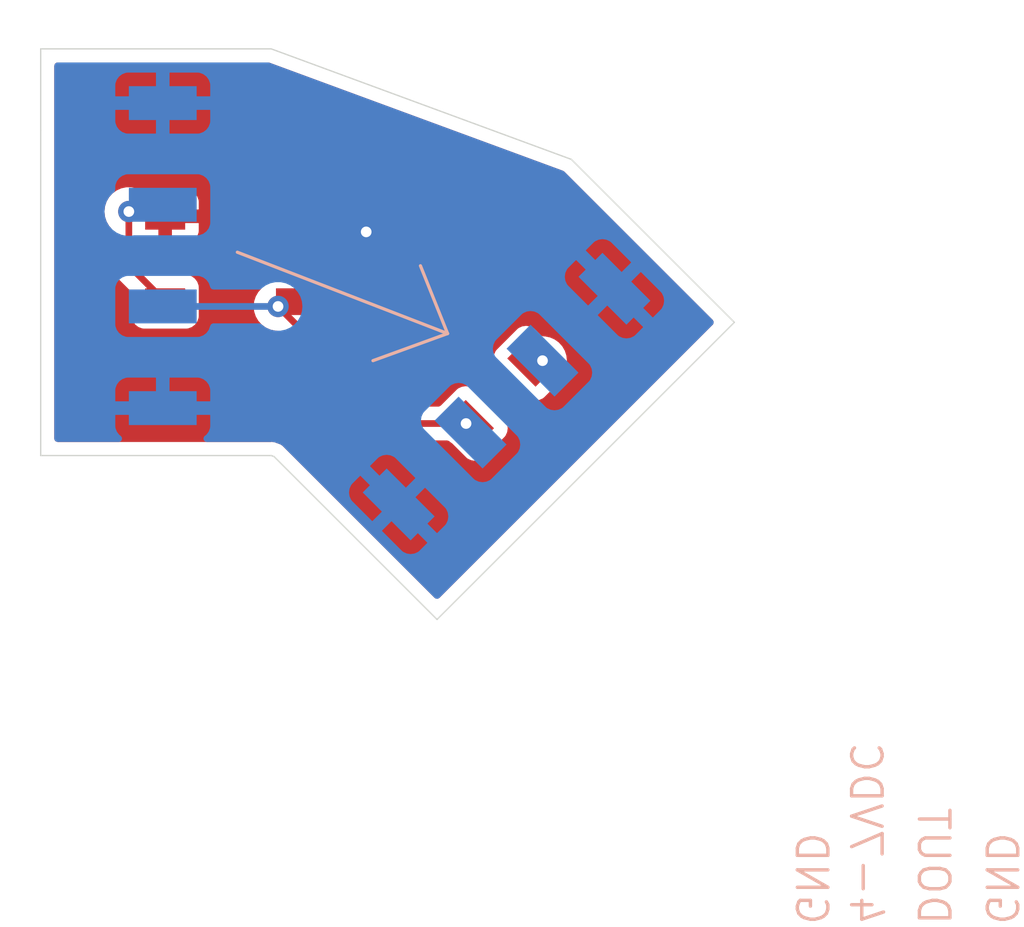
<source format=kicad_pcb>
(kicad_pcb (version 20211014) (generator pcbnew)
  (layers (0 "F.Cu" signal) (31 "B.Cu" signal) (34 "B.Paste" user) (35 "F.Paste" user) (36 "B.SilkS" user "B.Silkscreen") (37 "F.SilkS" user "F.Silkscreen") (38 "B.Mask" user) (39 "F.Mask" user) (44 "Edge.Cuts" user))
  (net 0 "")
  (net 1 "+5V")
  (net 2 "GND")
  (net 3 "Net-(CN2-Pad3)")
  (net 4 "Net-(D1-Pad2)")
  (net 5 "Net-(D2-Pad2)")
  (footprint "LED_SMD:LED_WS2812B_PLCC4_5.0x5.0mm_P3.2mm" (layer "F.Cu") (at 129.54 106.426 180)
    (fp_text reference "D1" hide)
    (fp_text value "WS2812B")
    (pad "1" smd rect (at -2.45 -1.6 180) (size 1.5 1) (layers "F.Cu" "F.Paste" "F.Mask") (net 1 "+5V"))
    (pad "2" smd rect (at -2.45 1.6 180) (size 1.5 1) (layers "F.Cu" "F.Paste" "F.Mask") (net 4 "Net-(D1-Pad2)"))
    (pad "3" smd rect (at 2.45 1.6 180) (size 1.5 1) (layers "F.Cu" "F.Paste" "F.Mask") (net 2 "GND"))
    (pad "4" smd rect (at 2.45 -1.6 180) (size 1.5 1) (layers "F.Cu" "F.Paste" "F.Mask") (net 3 "Net-(CN2-Pad3)"))
  )
  (footprint "LED_SMD:LED_WS2812B_PLCC4_5.0x5.0mm_P3.2mm" (layer "F.Cu") (at 137.922 109.728 135)
    (fp_text reference "D2" hide)
    (fp_text value "WS2812B")
    (pad "1" smd rect (at -2.45 -1.6 135) (size 1.5 1) (layers "F.Cu" "F.Paste" "F.Mask") (net 1 "+5V"))
    (pad "2" smd rect (at -2.45 1.6 135) (size 1.5 1) (layers "F.Cu" "F.Paste" "F.Mask") (net 5 "Net-(D2-Pad2)"))
    (pad "3" smd rect (at 2.45 1.6 135) (size 1.5 1) (layers "F.Cu" "F.Paste" "F.Mask") (net 2 "GND"))
    (pad "4" smd rect (at 2.45 -1.6 135) (size 1.5 1) (layers "F.Cu" "F.Paste" "F.Mask") (net 4 "Net-(D1-Pad2)"))
  )
  (footprint "Adafruit NeoPixel 8 Stick:1X4-SMT" (layer "B.Cu") (at 127 106.934 90)
    (fp_text reference "CN2" hide)
    (fp_text value "1X4SMT" hide)
    (pad "1" smd rect (at -5.08 0 90) (size 1.27 2.54) (layers "B.Cu" "B.Paste" "B.Mask") (net 2 "GND"))
    (pad "2" smd rect (at -1.27 0 90) (size 1.27 2.54) (layers "B.Cu" "B.Paste" "B.Mask") (net 1 "+5V"))
    (pad "3" smd rect (at 2.54 0 90) (size 1.27 2.54) (layers "B.Cu" "B.Paste" "B.Mask") (net 3 "Net-(CN2-Pad3)"))
    (pad "4" smd rect (at 6.35 0 90) (size 1.27 2.54) (layers "B.Cu" "B.Paste" "B.Mask") (net 2 "GND"))
  )
  (footprint "Adafruit NeoPixel 8 Stick:1X4-SMT" (layer "B.Cu") (at 140.325974 111.134026 -135)
    (fp_text reference "CN1" hide)
    (fp_text value "1X4SMT" hide)
    (pad "1" smd rect (at -5.08 0 225) (size 1.27 2.54) (layers "B.Cu" "B.Paste" "B.Mask") (net 2 "GND"))
    (pad "2" smd rect (at -1.27 0 225) (size 1.27 2.54) (layers "B.Cu" "B.Paste" "B.Mask") (net 5 "Net-(D2-Pad2)"))
    (pad "3" smd rect (at 2.54 0 225) (size 1.27 2.54) (layers "B.Cu" "B.Paste" "B.Mask") (net 1 "+5V"))
    (pad "4" smd rect (at 6.35 0 225) (size 1.27 2.54) (layers "B.Cu" "B.Paste" "B.Mask") (net 2 "GND"))
  )
  (gr_line (start 137.668 109.22) (end 134.874 110.236) (layer "B.SilkS") (width 0.12))
  (gr_line (start 137.668 109.22) (end 136.652 106.68) (layer "B.SilkS") (width 0.12))
  (gr_line (start 129.794 106.172) (end 137.668 109.22) (layer "B.SilkS") (width 0.12))
  (gr_line (start 131.064 113.792) (end 122.428 113.792) (layer "Edge.Cuts") (width 0.05))
  (gr_line (start 137.272687 119.934677) (end 131.166113 113.828103) (layer "Edge.Cuts") (width 0.05))
  (gr_line (start 122.428 101.6) (end 122.428 98.552) (layer "Edge.Cuts") (width 0.05))
  (gr_line (start 131.064 113.792) (end 131.166113 113.828103) (layer "Edge.Cuts") (width 0.05))
  (gr_line (start 148.408205 108.799159) (end 139.787159 117.420205) (layer "Edge.Cuts") (width 0.05))
  (gr_line (start 142.301631 102.692585) (end 148.408205 108.799159) (layer "Edge.Cuts") (width 0.05))
  (gr_line (start 122.428 113.792) (end 122.428 101.6) (layer "Edge.Cuts") (width 0.05))
  (gr_line (start 131.064 98.552) (end 142.301631 102.692585) (layer "Edge.Cuts") (width 0.05))
  (gr_line (start 122.428 98.552) (end 131.064 98.552) (layer "Edge.Cuts") (width 0.05))
  (gr_line (start 139.787159 117.420205) (end 137.272687 119.934677) (layer "Edge.Cuts") (width 0.05))
  (gr_text "4-7VDC" (at 152.654 131.4704 270) (layer "B.SilkS") (effects (font (size 1.143 1.143) (thickness 0.127)) (justify left bottom mirror)))
  (gr_text "DOUT" (at 155.194 131.4704 270) (layer "B.SilkS") (effects (font (size 1.143 1.143) (thickness 0.127)) (justify left bottom mirror)))
  (gr_text "GND" (at 150.622 131.4704 270) (layer "B.SilkS") (effects (font (size 1.143 1.143) (thickness 0.127)) (justify left bottom mirror)))
  (gr_text "GND" (at 157.734 131.4704 270) (layer "B.SilkS") (effects (font (size 1.143 1.143) (thickness 0.127)) (justify left bottom mirror)))
  (segment (start 135.705782 112.591782) (end 138.360218 112.591782) (width 0.25) (layer "F.Cu") (net 1))
  (segment (start 131.318 108.204) (end 135.705782 112.591782) (width 0.25) (layer "F.Cu") (net 1))
  (segment (start 138.360218 112.591782) (end 138.523041 112.591782) (width 0.25) (layer "F.Cu") (net 1))
  (via (at 138.360218 112.591782) (size 0.8) (drill 0.4) (layers "F.Cu" "B.Cu") (net 1))
  (via (at 131.318 108.204) (size 0.8) (drill 0.4) (layers "F.Cu" "B.Cu") (net 1))
  (segment (start 131.318 108.204) (end 127 108.204) (width 0.25) (layer "B.Cu") (net 1))
  (via (at 134.62 105.41) (size 0.8) (drill 0.4) (layers "F.Cu" "B.Cu") (net 2))
  (segment (start 125.73 104.648) (end 125.73 106.666) (width 0.25) (layer "F.Cu") (net 3))
  (segment (start 125.73 106.666) (end 127.09 108.026) (width 0.25) (layer "F.Cu") (net 3))
  (via (at 125.73 104.648) (size 0.8) (drill 0.4) (layers "F.Cu" "B.Cu") (net 3))
  (segment (start 131.99 104.826) (end 131.99 106.058741) (width 0.25) (layer "F.Cu") (net 4))
  (segment (start 131.99 106.058741) (end 135.058218 109.126959) (width 0.25) (layer "F.Cu") (net 4))
  (via (at 141.224 110.236) (size 0.8) (drill 0.4) (layers "F.Cu" "B.Cu") (net 5))
  (zone (net 2) (net_name "GND") (layers F&B.Cu) (connect_pads (clearance 0.508)) (min_thickness 0.254) (fill yes (thermal_gap 0.508) (thermal_bridge_width 0.508))
    (polygon (pts (xy 120.904 125.5776) (xy 121.153839 96.728196) (xy 150.012388 96.72013) (xy 150.12818 125.476)))
  )
)
</source>
